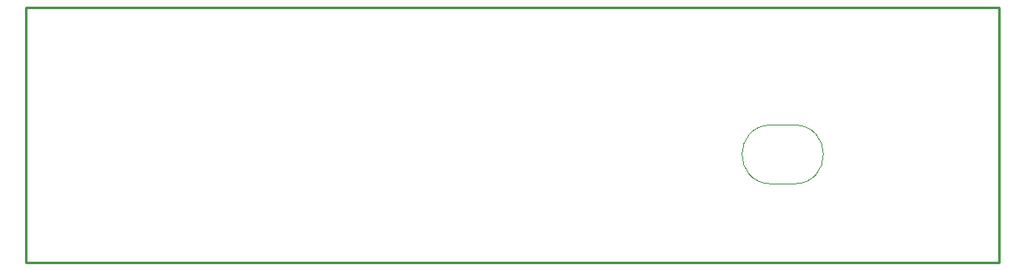
<source format=gko>
G04 Layer_Color=16711935*
%FSLAX42Y42*%
%MOMM*%
G71*
G01*
G75*
%ADD36C,0.25*%
%ADD64C,0.10*%
D36*
X0Y2600D02*
X9890D01*
Y0D02*
Y2600D01*
X0Y0D02*
Y2600D01*
Y0D02*
X9890D01*
D64*
X7580Y1400D02*
G03*
X7580Y800I0J-300D01*
G01*
X7807Y800D02*
G03*
X7807Y1400I0J300D01*
G01*
X7580Y1400D02*
X7807D01*
X7580Y800D02*
X7807D01*
M02*

</source>
